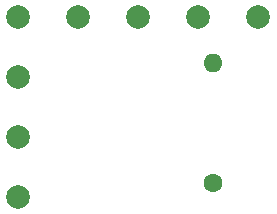
<source format=gbr>
%TF.GenerationSoftware,KiCad,Pcbnew,8.0.1*%
%TF.CreationDate,2024-04-29T14:13:33-04:00*%
%TF.ProjectId,kicad_pcb,6b696361-645f-4706-9362-2e6b69636164,rev?*%
%TF.SameCoordinates,Original*%
%TF.FileFunction,Soldermask,Bot*%
%TF.FilePolarity,Negative*%
%FSLAX46Y46*%
G04 Gerber Fmt 4.6, Leading zero omitted, Abs format (unit mm)*
G04 Created by KiCad (PCBNEW 8.0.1) date 2024-04-29 14:13:33*
%MOMM*%
%LPD*%
G01*
G04 APERTURE LIST*
%ADD10C,2.000000*%
%ADD11C,1.600000*%
%ADD12O,1.600000X1.600000*%
G04 APERTURE END LIST*
D10*
%TO.C,TP8*%
X127160000Y-73000000D03*
%TD*%
%TO.C,TP7*%
X137320000Y-73000000D03*
%TD*%
%TO.C,TP6*%
X132240000Y-73000000D03*
%TD*%
%TO.C,TP5*%
X117000000Y-83160000D03*
%TD*%
%TO.C,TP4*%
X117000000Y-73000000D03*
%TD*%
%TO.C,TP3*%
X117000000Y-78080000D03*
%TD*%
%TO.C,TP2*%
X122080000Y-73000000D03*
%TD*%
%TO.C,TP1*%
X117000000Y-88240000D03*
%TD*%
D11*
%TO.C,R2*%
X133500000Y-87080000D03*
D12*
X133500000Y-76920000D03*
%TD*%
M02*

</source>
